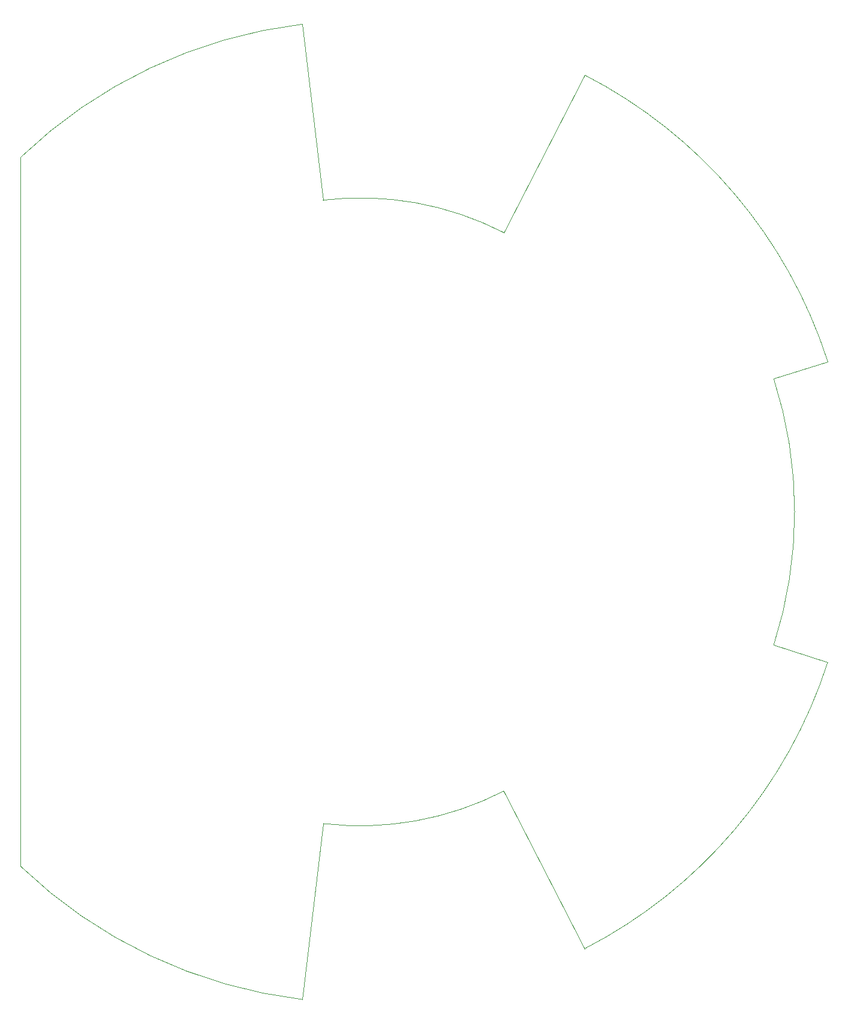
<source format=gbr>
%TF.GenerationSoftware,KiCad,Pcbnew,9.0.4-9.0.4-0~ubuntu24.04.1*%
%TF.CreationDate,2025-10-05T17:55:34-03:00*%
%TF.ProjectId,power_board,706f7765-725f-4626-9f61-72642e6b6963,V01*%
%TF.SameCoordinates,Original*%
%TF.FileFunction,Profile,NP*%
%FSLAX46Y46*%
G04 Gerber Fmt 4.6, Leading zero omitted, Abs format (unit mm)*
G04 Created by KiCad (PCBNEW 9.0.4-9.0.4-0~ubuntu24.04.1) date 2025-10-05 17:55:34*
%MOMM*%
%LPD*%
G01*
G04 APERTURE LIST*
%TA.AperFunction,Profile*%
%ADD10C,0.050000*%
%TD*%
G04 APERTURE END LIST*
D10*
X154966532Y-125313505D02*
G75*
G02*
X120633704Y-165753273I-65981532J21223505D01*
G01*
X83714744Y-60093641D02*
G75*
G02*
X109218211Y-64668275I5270256J-43996359D01*
G01*
X80741247Y-172908897D02*
G75*
G02*
X40985000Y-154090000I8243753J68818897D01*
G01*
X40985000Y-104090000D02*
X40985000Y-154090000D01*
X80741257Y-35271103D02*
X83714744Y-60093641D01*
X109218210Y-143511724D02*
X120633704Y-165753273D01*
X109218211Y-143511724D02*
G75*
G02*
X83714744Y-148086358I-20233211J39421724D01*
G01*
X80741257Y-172908897D02*
X83714744Y-148086359D01*
X147350821Y-85316178D02*
G75*
G02*
X150295892Y-104090000I-58365821J-18773822D01*
G01*
X40985000Y-54090000D02*
G75*
G02*
X80741247Y-35271103I48000000J-50000000D01*
G01*
X154966532Y-125313505D02*
X147350821Y-122863822D01*
X150295892Y-104090000D02*
G75*
G02*
X147350821Y-122863822I-61310892J0D01*
G01*
X154966532Y-82866495D02*
X147350821Y-85316178D01*
X120633704Y-42426727D02*
G75*
G02*
X154966532Y-82866495I-31648704J-61663273D01*
G01*
X40985000Y-104090000D02*
X40985000Y-54090000D01*
X109218210Y-64668276D02*
X120633704Y-42426727D01*
M02*

</source>
